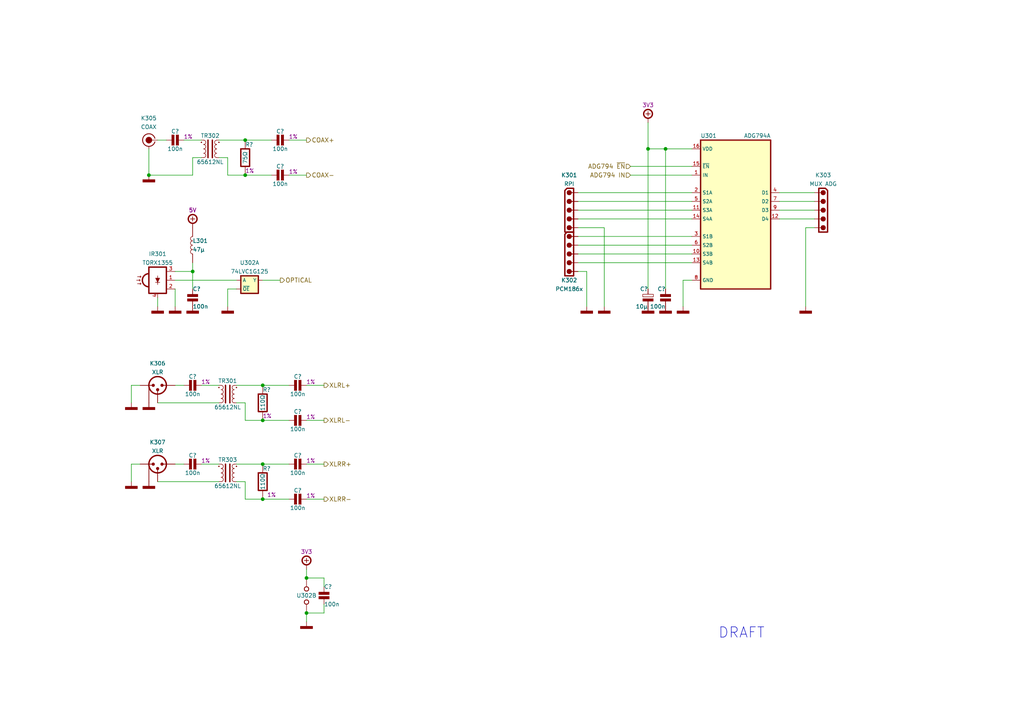
<source format=kicad_sch>
(kicad_sch (version 20230121) (generator eeschema)
  (paper "A4")
  (title_block (title "Digital Inputs") (date "01/2023") (rev "A") (comment 1 "SRC4392"))
  (lib_symbols
    (symbol "tronixio:ANALOG-ADG794A-QSOP16" (pin_names (offset 0.5))
      (property "Reference" "U" (at 12.7 3.81 0))
      (property "Value" "ANALOG-ADG794A-QSOP16" (at 12.7 -41.91 0))
      (symbol "ANALOG-ADG794A-QSOP16_0_1"
        (rectangle (start 2.54 2.54) (end 22.86 -40.64) (stroke (width 0.4)) (fill (type background)))
      )
      (symbol "ANALOG-ADG794A-QSOP16_1_1"
        (pin input line (at 0 -7.62 0) (length 2.54) (name "IN") (number "1"))
        (pin bidirectional line (at 0 -30.48 0) (length 2.54) (name "S3B") (number "10"))
        (pin bidirectional line (at 0 -17.78 0) (length 2.54) (name "S3A") (number "11"))
        (pin bidirectional line (at 25.4 -20.32 180) (length 2.54) (name "D4") (number "12"))
        (pin bidirectional line (at 0 -33.02 0) (length 2.54) (name "S4B") (number "13"))
        (pin bidirectional line (at 0 -20.32 0) (length 2.54) (name "S4A") (number "14"))
        (pin input line (at 0 -5.08 0) (length 2.54) (name "~{EN}") (number "15"))
        (pin power_in line (at 0 0 0) (length 2.54) (name "VDD") (number "16"))
        (pin bidirectional line (at 0 -12.7 0) (length 2.54) (name "S1A") (number "2"))
        (pin bidirectional line (at 0 -25.4 0) (length 2.54) (name "S1B") (number "3"))
        (pin bidirectional line (at 25.4 -12.7 180) (length 2.54) (name "D1") (number "4"))
        (pin bidirectional line (at 0 -15.24 0) (length 2.54) (name "S2A") (number "5"))
        (pin bidirectional line (at 0 -27.94 0) (length 2.54) (name "S2B") (number "6"))
        (pin bidirectional line (at 25.4 -15.24 180) (length 2.54) (name "D2") (number "7"))
        (pin power_in line (at 0 -38.1 0) (length 2.54) (name "GND") (number "8"))
        (pin bidirectional line (at 25.4 -17.78 180) (length 2.54) (name "D3") (number "9"))
      )
    )
    (symbol "tronixio:CAPACITOR-1206-100N-10P-X7R" (pin_numbers hide) (pin_names (offset 0) hide)
      (property "Reference" "C" (at 1 2.54 0))
      (property "Value" "CAPACITOR-1206-100N-10P-X7R" (at 1 -2.54 0))
      (symbol "CAPACITOR-1206-100N-10P-X7R_0_1"
        (rectangle (start -1.524 -0.254) (end 1.524 -1.016) (stroke (width 0.001)) (fill (type outline)))
        (rectangle (start -1.524 1.016) (end 1.524 0.254) (stroke (width 0.001)) (fill (type outline)))
      )
      (symbol "CAPACITOR-1206-100N-10P-X7R_1_1"
        (pin passive line (at 0 2.54 270) (length 1.905) (name "~") (number "1"))
        (pin passive line (at 0 -2.54 90) (length 1.905) (name "~") (number "2"))
      )
    )
    (symbol "tronixio:CAPACITOR-1206-100N-1P-COG" (pin_numbers hide) (pin_names (offset 0) hide)
      (property "Reference" "C" (at 1 2.54 0))
      (property "Value" "CAPACITOR-1206-100N-1P-COG" (at 1 -2.54 0))
      (property "Tolerance" "1%" (at 1 -5.08 0))
      (symbol "CAPACITOR-1206-100N-1P-COG_0_1"
        (rectangle (start -1.524 -0.254) (end 1.524 -1.016) (stroke (width 0.001)) (fill (type outline)))
        (rectangle (start -1.524 1.016) (end 1.524 0.254) (stroke (width 0.001)) (fill (type outline)))
      )
      (symbol "CAPACITOR-1206-100N-1P-COG_1_1"
        (pin passive line (at 0 2.54 270) (length 1.905) (name "~") (number "1"))
        (pin passive line (at 0 -2.54 90) (length 1.905) (name "~") (number "2"))
      )
    )
    (symbol "tronixio:HARWIN-254-M-1X05-VERTICAL" (pin_numbers hide) (pin_names (offset 0) hide)
      (property "Reference" "K" (at 0 2.54 0))
      (property "Value" "HARWIN-254-M-1X05-VERTICAL" (at 0 -12.7 0))
      (symbol "HARWIN-254-M-1X05-VERTICAL_0_1"
        (circle (center 0 -10.16) (radius 0.635) (stroke (width 0.2)) (fill (type outline)))
        (circle (center 0 -7.62) (radius 0.635) (stroke (width 0.2)) (fill (type outline)))
        (circle (center 0 -5.08) (radius 0.635) (stroke (width 0.2)) (fill (type outline)))
        (circle (center 0 -2.54) (radius 0.635) (stroke (width 0.2)) (fill (type outline)))
        (polyline (pts (xy -1.27 -11.43) (xy 1.27 -11.43) (xy 1.27 0.635) (xy 0.635 1.27) (xy -1.27 1.27) (xy -1.27 -11.43)) (stroke (width 0.4)))
        (circle (center 0 0) (radius 0.635) (stroke (width 0.2)) (fill (type outline)))
      )
      (symbol "HARWIN-254-M-1X05-VERTICAL_1_1"
        (pin passive line (at -2.54 0 0) (length 1.905) (name "1") (number "1"))
        (pin passive line (at -2.54 -2.54 0) (length 1.905) (name "2") (number "2"))
        (pin passive line (at -2.54 -5.08 0) (length 1.905) (name "3") (number "3"))
        (pin passive line (at -2.54 -7.62 0) (length 1.905) (name "4") (number "4"))
        (pin passive line (at -2.54 -10.16 0) (length 1.905) (name "5") (number "5"))
      )
    )
    (symbol "tronixio:NEUTRIK-NC3MBH" (pin_numbers hide) (pin_names (offset 0) hide)
      (property "Reference" "K" (at 0 5.08 0))
      (property "Value" "SYMBOL-XLR-M" (at 0 -10.16 0))
      (symbol "NEUTRIK-NC3MBH_0_1"
        (circle (center -1.27 0) (radius 0.3592) (stroke (width 0.2)) (fill (type outline)))
        (circle (center 0 -1.27) (radius 0.3592) (stroke (width 0.2)) (fill (type outline)))
        (circle (center 0 0) (radius 2.54) (stroke (width 0.4)))
        (circle (center 1.27 0) (radius 0.3592) (stroke (width 0.2)) (fill (type outline)))
      )
      (symbol "NEUTRIK-NC3MBH_1_1"
        (pin passive line (at -5.08 0 0) (length 3.4) (name "~") (number "1"))
        (pin passive line (at 5.08 0 180) (length 3.4) (name "~") (number "2"))
        (pin passive line (at 0 -5.08 90) (length 3.4) (name "~") (number "3"))
        (pin passive line (at -2.54 -5.08 90) (length 4.5) (name "~") (number "G"))
      )
    )
    (symbol "tronixio:POWER-+3V3" (power) (pin_numbers hide) (pin_names (offset 0) hide)
      (property "Name" "3V3" (at 0 5.08 0))
      (symbol "POWER-+3V3_0_1"
        (polyline (pts (xy -0.635 2.54) (xy 0.635 2.54)) (stroke (width 0.2)))
        (polyline (pts (xy 0 1.905) (xy 0 3.175)) (stroke (width 0.2)))
        (circle (center 0 2.54) (radius 1.27) (stroke (width 0.4)))
      )
      (symbol "POWER-+3V3_1_1"
        (pin power_in line (at 0 0 90) (length 1.27) (name "+3V3") (number "1"))
      )
    )
    (symbol "tronixio:POWER-+5V" (power) (pin_numbers hide) (pin_names (offset 0) hide)
      (property "Name" "5V" (at 0 5.08 0))
      (symbol "POWER-+5V_0_1"
        (polyline (pts (xy -0.635 2.54) (xy 0.635 2.54)) (stroke (width 0.2)))
        (polyline (pts (xy 0 1.905) (xy 0 3.175)) (stroke (width 0.2)))
        (circle (center 0 2.54) (radius 1.27) (stroke (width 0.4)))
      )
      (symbol "POWER-+5V_1_1"
        (pin power_in line (at 0 0 90) (length 1.27) (name "+5V") (number "1"))
      )
    )
    (symbol "tronixio:POWER-GND" (power) (pin_numbers hide) (pin_names (offset 0) hide)
      (property "Name" "GND" (at 0 -3.81 0))
      (symbol "POWER-GND_0_1"
        (rectangle (start -1.778 -2.032) (end 1.778 -1.27) (stroke (width 0.001)) (fill (type outline)))
      )
      (symbol "POWER-GND_1_1"
        (pin power_in line (at 0 0 270) (length 1.27) (name "GND") (number "1"))
      )
    )
    (symbol "tronixio:PULSE-PE-65612NL" (pin_numbers hide) (pin_names (offset 0) hide)
      (property "Reference" "TR" (at 0 5.08 0))
      (property "Value" "PULSE-PE-65612NL" (at 0 -5.08 0))
      (symbol "PULSE-PE-65612NL_0_1"
        (circle (center -2.54 1.905) (radius 0.127) (fill (type outline)))
        (arc (start -1.8937 -2.54) (mid -1.2699 -1.905) (end -1.8937 -1.27))
        (arc (start -1.8937 -1.27) (mid -1.2699 -0.635) (end -1.8937 0))
        (arc (start -1.8937 0) (mid -1.2699 0.635) (end -1.8937 1.27))
        (arc (start -1.8937 1.27) (mid -1.2699 1.905) (end -1.8937 2.54))
        (polyline (pts (xy -0.635 -2.54) (xy -0.635 2.54)) (stroke (width 0.4)))
        (polyline (pts (xy 0.635 -2.54) (xy 0.635 2.54)) (stroke (width 0.4)))
        (arc (start 1.8937 -1.27) (mid 1.2699 -1.905) (end 1.8937 -2.54))
        (arc (start 1.8937 0) (mid 1.2699 -0.635) (end 1.8937 -1.27))
        (arc (start 1.8937 1.27) (mid 1.2699 0.635) (end 1.8937 0))
        (arc (start 1.8937 2.54) (mid 1.2699 1.905) (end 1.8937 1.27))
        (circle (center 2.54 1.905) (radius 0.127) (fill (type outline)))
      )
      (symbol "PULSE-PE-65612NL_1_1"
        (pin passive line (at -2.54 -2.54 0) (length 0.64) (name "~") (number "1"))
        (pin passive line (at -2.54 2.54 0) (length 0.64) (name "~") (number "2"))
        (pin passive line (at 2.54 2.54 180) (length 0.64) (name "~") (number "3"))
        (pin passive line (at 2.54 -2.54 180) (length 0.64) (name "~") (number "4"))
      )
    )
    (symbol "tronixio:RESISTOR-1206-110R-1P" (pin_numbers hide) (pin_names (offset 0) hide)
      (property "Reference" "R" (at 2.54 1.27 0))
      (property "Value" "RESISTOR-1206-110R-1P" (at 2.54 -1.27 0))
      (property "Tolerance" "1%" (at 2.54 -3.81 0))
      (symbol "RESISTOR-1206-110R-1P_0_1"
        (rectangle (start -1.27 -2.54) (end 1.27 2.54) (stroke (width 0.4)))
      )
      (symbol "RESISTOR-1206-110R-1P_1_1"
        (pin passive line (at 0 5.08 270) (length 2.54) (name "~") (number "1"))
        (pin passive line (at 0 -5.08 90) (length 2.54) (name "~") (number "2"))
      )
    )
    (symbol "tronixio:RESISTOR-1206-75R-1P" (pin_numbers hide) (pin_names (offset 0) hide)
      (property "Reference" "R" (at 2.54 1.27 0))
      (property "Value" "RESISTOR-1206-75R-1P" (at 2.54 -1.27 0))
      (property "Tolerance" "1%" (at 2.54 -3.81 0))
      (symbol "RESISTOR-1206-75R-1P_0_1"
        (rectangle (start -1.27 -2.54) (end 1.27 2.54) (stroke (width 0.4)))
      )
      (symbol "RESISTOR-1206-75R-1P_1_1"
        (pin passive line (at 0 5.08 270) (length 2.54) (name "~") (number "1"))
        (pin passive line (at 0 -5.08 90) (length 2.54) (name "~") (number "2"))
      )
    )
    (symbol "tronixio:SWITCHCRAFT-PJRAN1X1U01AUX" (pin_numbers hide) (pin_names (offset 0) hide)
      (property "Reference" "K" (at 2.54 1.27 0))
      (property "Value" "SWITCHCRAFT-PJRAN1X1U01AUX" (at 2.54 -1.27 0))
      (symbol "SWITCHCRAFT-PJRAN1X1U01AUX_0_1"
        (arc (start -1.7437 -0.4942) (mid 0.2563 -1.7942) (end 1.8123 0.0138) (stroke (width 0.254)))
        (arc (start 1.8123 0.0138) (mid 0.2564 1.8221) (end -1.7437 0.5218) (stroke (width 0.254)))
      )
      (symbol "SWITCHCRAFT-PJRAN1X1U01AUX_1_1"
        (circle (center 0 0) (radius 0.898) (stroke (width 0.1)) (fill (type outline)))
        (pin passive line (at 0 -2.54 90) (length 0.635) (name "~") (number "1"))
        (pin passive line (at -2.54 0 0) (length 2.54) (name "~") (number "2"))
      )
    )
    (symbol "tronixio:TDK-NLCV32T-1210-47UH-10P" (pin_numbers hide) (pin_names (offset 0) hide)
      (property "Reference" "L" (at 0 2.54 0))
      (property "Value" "TDK-NLCV32T-1210-47UH-10P" (at 2.54 -2.54 0))
      (symbol "TDK-NLCV32T-1210-47UH-10P_0_1"
        (arc (start -1.27 0.0113) (mid -1.905 0.6351) (end -2.54 0.0113))
        (arc (start 0 0.0113) (mid -0.635 0.6351) (end -1.27 0.0113))
        (arc (start 1.27 0.0113) (mid 0.635 0.6351) (end 0 0.0113))
        (arc (start 2.54 0.0113) (mid 1.905 0.6351) (end 1.27 0.0113))
      )
      (symbol "TDK-NLCV32T-1210-47UH-10P_1_1"
        (pin passive line (at -5.08 0 0) (length 2.54) (name "~") (number "1"))
        (pin passive line (at 5.08 0 180) (length 2.54) (name "~") (number "2"))
      )
    )
    (symbol "tronixio:TI-SN74LVC1G125-SOT" (pin_numbers hide) (pin_names (offset 0.5))
      (property "Reference" "U" (at 3.81 2.54 0))
      (property "Value" "TI-SN74LVC1G125-SOT" (at 3.81 -5.08 0))
      (symbol "TI-SN74LVC1G125-SOT_1_1"
        (rectangle (start 1.27 1.27) (end 6.35 -3.81) (stroke (width 0.4)) (fill (type background)))
        (pin input line (at 0 -2.54 0) (length 1.27) (name "~{OE}") (number "1"))
        (pin input line (at 0 0 0) (length 1.27) (name "A") (number "2"))
        (pin output line (at 7.62 0 180) (length 1.27) (name "Y") (number "4"))
      )
      (symbol "TI-SN74LVC1G125-SOT_1_2"
        (arc (start -3.81 -3.81) (mid -2.589 0) (end -3.81 3.81) (stroke (width 0.254)))
        (arc (start -0.6096 -3.81) (mid 2.1855 -2.584) (end 3.81 0) (stroke (width 0.254)) (fill (type background)))
        (polyline (pts (xy -3.81 -3.81) (xy -0.635 -3.81)) (stroke (width 0.254)) (fill (type background)))
        (polyline (pts (xy -3.81 3.81) (xy -0.635 3.81)) (stroke (width 0.254)) (fill (type background)))
        (polyline (pts (xy -0.635 3.81) (xy -3.81 3.81) (xy -3.81 3.81) (xy -3.556 3.4036) (xy -3.0226 2.2606) (xy -2.6924 1.0414) (xy -2.6162 -0.254) (xy -2.7686 -1.4986) (xy -3.175 -2.7178) (xy -3.81 -3.81) (xy -3.81 -3.81) (xy -0.635 -3.81)) (stroke (width -25.4)) (fill (type background)))
        (arc (start 3.81 0) (mid 2.1928 2.5925) (end -0.6096 3.81) (stroke (width 0.254)) (fill (type background)))
        (pin input inverted (at -7.62 2.54 0) (length 4.318) (name "~") (number "1"))
        (pin input inverted (at -7.62 -2.54 0) (length 4.318) (name "~") (number "2"))
        (pin output line (at 7.62 0 180) (length 3.81) (name "~") (number "3"))
      )
      (symbol "TI-SN74LVC1G125-SOT_2_0"
        (pin power_in line (at 0 -5.08 90) (length 2.54) (name "GND") (number "3"))
        (pin power_in line (at 0 5.08 270) (length 2.54) (name "VCC") (number "5"))
      )
      (symbol "TI-SN74LVC1G125-SOT_2_1"
        (circle (center 0 -1.905) (radius 0.635) (stroke (width 0.25)))
        (circle (center 0 1.905) (radius 0.635) (stroke (width 0.25)))
      )
      (symbol "TI-SN74LVC1G125-SOT_2_2"
        (arc (start -3.81 -3.81) (mid -2.589 0) (end -3.81 3.81) (stroke (width 0.254)))
        (arc (start -0.6096 -3.81) (mid 2.1855 -2.584) (end 3.81 0) (stroke (width 0.254)) (fill (type background)))
        (polyline (pts (xy -3.81 -3.81) (xy -0.635 -3.81)) (stroke (width 0.254)) (fill (type background)))
        (polyline (pts (xy -3.81 3.81) (xy -0.635 3.81)) (stroke (width 0.254)) (fill (type background)))
        (polyline (pts (xy -0.635 3.81) (xy -3.81 3.81) (xy -3.81 3.81) (xy -3.556 3.4036) (xy -3.0226 2.2606) (xy -2.6924 1.0414) (xy -2.6162 -0.254) (xy -2.7686 -1.4986) (xy -3.175 -2.7178) (xy -3.81 -3.81) (xy -3.81 -3.81) (xy -0.635 -3.81)) (stroke (width -25.4)) (fill (type background)))
        (arc (start 3.81 0) (mid 2.1928 2.5925) (end -0.6096 3.81) (stroke (width 0.254)) (fill (type background)))
        (pin input inverted (at -7.62 2.54 0) (length 4.318) (name "~") (number "4"))
        (pin input inverted (at -7.62 -2.54 0) (length 4.318) (name "~") (number "5"))
        (pin output line (at 7.62 0 180) (length 3.81) (name "~") (number "6"))
      )
    )
    (symbol "tronixio:TOSHIBA-TORX1353-F" (pin_names (offset 0.5) hide)
      (property "Reference" "IR" (at 0 5.08 0))
      (property "Value" "TOSHIBA-TORX1355-F" (at 0 -15.24 0))
      (symbol "TOSHIBA-TORX1353-F_0_1"
        (arc (start -2.54 1.905) (mid -4.4256 0) (end -2.54 -1.905) (stroke (width 0.4)))
        (rectangle (start -2.54 3.81) (end 2.54 -3.81) (stroke (width 0.4)))
        (polyline (pts (xy -6.096 0) (xy -5.08 0)))
        (polyline (pts (xy -5.842 -1.016) (xy -4.826 -1.016)))
        (polyline (pts (xy -5.842 1.016) (xy -4.826 1.016)))
        (polyline (pts (xy -5.08 0) (xy -5.334 -0.254)))
        (polyline (pts (xy -5.08 0) (xy -5.334 0.254)))
        (polyline (pts (xy -4.826 -1.016) (xy -5.08 -1.27)))
        (polyline (pts (xy -4.826 -1.016) (xy -5.08 -0.762)))
        (polyline (pts (xy -4.826 1.016) (xy -5.08 0.762)))
        (polyline (pts (xy -4.826 1.016) (xy -5.08 1.27)))
        (polyline (pts (xy -0.635 -0.635) (xy 0.635 -0.635)) (stroke (width 0.1524)))
        (polyline (pts (xy 0 -1.27) (xy 0 1.27)) (stroke (width 0.1524)))
        (polyline (pts (xy -0.635 0.635) (xy 0.635 0.635) (xy 0 -0.635) (xy -0.635 0.635)) (stroke (width 0.001)) (fill (type outline)))
      )
      (symbol "TOSHIBA-TORX1353-F_1_1"
        (pin output line (at 5.08 0 180) (length 2.54) (name "OUT") (number "1"))
        (pin power_in line (at 5.08 -2.54 180) (length 2.54) (name "GND") (number "2"))
        (pin passive line (at 5.08 2.54 180) (length 2.54) (name "V") (number "3"))
        (pin power_in line (at 0 -5.08 90) (length 1.27) (name "GND") (number "4"))
      )
    )
    (symbol "tronixio:WURTH-WCAP-AT1H-10U-35V" (pin_numbers hide) (pin_names (offset 0) hide)
      (property "Reference" "C" (at 1.27 2.54 0))
      (property "Value" "WURTH-WCAP-AT1H-10U-35V" (at 1.27 -2.54 0))
      (symbol "WURTH-WCAP-AT1H-10U-35V_0_1"
        (rectangle (start -1.524 -0.254) (end 1.524 -1.016) (stroke (width 0.001)) (fill (type outline)))
        (rectangle (start -1.524 1.016) (end 1.524 0.254) (stroke (width 0.1524)))
      )
      (symbol "WURTH-WCAP-AT1H-10U-35V_1_1"
        (pin passive line (at 0 2.54 270) (length 1.5) (name "~") (number "1"))
        (pin passive line (at 0 -2.54 90) (length 1.905) (name "~") (number "2"))
      )
    )
  )
  (junction (at 71.12 40.64))
  (junction (at 193.04 43.18))
  (junction (at 76.2 134.62))
  (junction (at 43.18 50.8))
  (junction (at 71.12 50.8))
  (junction (at 55.88 78.74))
  (junction (at 88.9 167.64))
  (junction (at 88.9 177.8))
  (junction (at 187.96 43.18))
  (junction (at 76.2 144.78))
  (junction (at 76.2 121.92))
  (junction (at 76.2 111.76))
  (wire (pts (xy 236.22 55.88) (xy 226.06 55.88)))
  (wire (pts (xy 81.28 81.28) (xy 76.2 81.28)))
  (wire (pts (xy 187.96 35.56) (xy 187.96 43.18)))
  (wire (pts (xy 182.88 48.26) (xy 200.66 48.26)))
  (wire (pts (xy 71.12 144.78) (xy 76.2 144.78)))
  (wire (pts (xy 71.12 116.84) (xy 71.12 121.92)))
  (wire (pts (xy 68.58 139.7) (xy 71.12 139.7)))
  (wire (pts (xy 236.22 58.42) (xy 226.06 58.42)))
  (wire (pts (xy 167.64 68.58) (xy 200.66 68.58)))
  (wire (pts (xy 193.04 43.18) (xy 193.04 83.82)))
  (wire (pts (xy 170.18 78.74) (xy 170.18 88.9)))
  (wire (pts (xy 53.34 40.64) (xy 58.42 40.64)))
  (wire (pts (xy 45.72 40.64) (xy 48.26 40.64)))
  (wire (pts (xy 88.9 177.8) (xy 88.9 180.34)))
  (wire (pts (xy 76.2 134.62) (xy 83.82 134.62)))
  (wire (pts (xy 71.12 50.8) (xy 78.74 50.8)))
  (wire (pts (xy 53.34 134.62) (xy 50.8 134.62)))
  (wire (pts (xy 63.5 111.76) (xy 58.42 111.76)))
  (wire (pts (xy 45.72 116.84) (xy 63.5 116.84)))
  (wire (pts (xy 68.58 83.82) (xy 66.04 83.82)))
  (wire (pts (xy 233.68 66.04) (xy 236.22 66.04)))
  (wire (pts (xy 66.04 83.82) (xy 66.04 88.9)))
  (wire (pts (xy 167.64 63.5) (xy 200.66 63.5)))
  (wire (pts (xy 93.98 170.18) (xy 93.98 167.64)))
  (wire (pts (xy 63.5 134.62) (xy 58.42 134.62)))
  (wire (pts (xy 43.18 50.8) (xy 43.18 43.18)))
  (wire (pts (xy 167.64 60.96) (xy 200.66 60.96)))
  (wire (pts (xy 55.88 78.74) (xy 55.88 83.82)))
  (wire (pts (xy 187.96 43.18) (xy 193.04 43.18)))
  (wire (pts (xy 68.58 116.84) (xy 71.12 116.84)))
  (wire (pts (xy 40.64 111.76) (xy 38.1 111.76)))
  (wire (pts (xy 50.8 83.82) (xy 50.8 88.9)))
  (wire (pts (xy 167.64 58.42) (xy 200.66 58.42)))
  (wire (pts (xy 68.58 111.76) (xy 76.2 111.76)))
  (wire (pts (xy 55.88 76.2) (xy 55.88 78.74)))
  (wire (pts (xy 71.12 139.7) (xy 71.12 144.78)))
  (wire (pts (xy 167.64 73.66) (xy 200.66 73.66)))
  (wire (pts (xy 88.9 167.64) (xy 93.98 167.64)))
  (wire (pts (xy 50.8 81.28) (xy 68.58 81.28)))
  (wire (pts (xy 93.98 175.26) (xy 93.98 177.8)))
  (wire (pts (xy 93.98 144.78) (xy 88.9 144.78)))
  (wire (pts (xy 50.8 78.74) (xy 55.88 78.74)))
  (wire (pts (xy 76.2 144.78) (xy 83.82 144.78)))
  (wire (pts (xy 175.26 66.04) (xy 175.26 88.9)))
  (wire (pts (xy 71.12 121.92) (xy 76.2 121.92)))
  (wire (pts (xy 193.04 43.18) (xy 200.66 43.18)))
  (wire (pts (xy 236.22 60.96) (xy 226.06 60.96)))
  (wire (pts (xy 167.64 76.2) (xy 200.66 76.2)))
  (wire (pts (xy 40.64 134.62) (xy 38.1 134.62)))
  (wire (pts (xy 187.96 43.18) (xy 187.96 83.82)))
  (wire (pts (xy 200.66 81.28) (xy 198.12 81.28)))
  (wire (pts (xy 93.98 134.62) (xy 88.9 134.62)))
  (wire (pts (xy 167.64 55.88) (xy 200.66 55.88)))
  (wire (pts (xy 38.1 111.76) (xy 38.1 116.84)))
  (wire (pts (xy 226.06 63.5) (xy 236.22 63.5)))
  (wire (pts (xy 83.82 50.8) (xy 88.9 50.8)))
  (wire (pts (xy 167.64 78.74) (xy 170.18 78.74)))
  (wire (pts (xy 45.72 139.7) (xy 63.5 139.7)))
  (wire (pts (xy 58.42 45.72) (xy 55.88 45.72)))
  (wire (pts (xy 167.64 66.04) (xy 175.26 66.04)))
  (wire (pts (xy 76.2 111.76) (xy 83.82 111.76)))
  (wire (pts (xy 182.88 50.8) (xy 200.66 50.8)))
  (wire (pts (xy 233.68 88.9) (xy 233.68 66.04)))
  (wire (pts (xy 38.1 134.62) (xy 38.1 139.7)))
  (wire (pts (xy 63.5 45.72) (xy 66.04 45.72)))
  (wire (pts (xy 88.9 165.1) (xy 88.9 167.64)))
  (wire (pts (xy 83.82 40.64) (xy 88.9 40.64)))
  (wire (pts (xy 198.12 81.28) (xy 198.12 88.9)))
  (wire (pts (xy 93.98 111.76) (xy 88.9 111.76)))
  (wire (pts (xy 53.34 111.76) (xy 50.8 111.76)))
  (wire (pts (xy 88.9 177.8) (xy 93.98 177.8)))
  (wire (pts (xy 63.5 40.64) (xy 71.12 40.64)))
  (wire (pts (xy 76.2 121.92) (xy 83.82 121.92)))
  (wire (pts (xy 167.64 71.12) (xy 200.66 71.12)))
  (wire (pts (xy 71.12 40.64) (xy 78.74 40.64)))
  (wire (pts (xy 55.88 45.72) (xy 55.88 50.8)))
  (wire (pts (xy 68.58 134.62) (xy 76.2 134.62)))
  (wire (pts (xy 93.98 121.92) (xy 88.9 121.92)))
  (wire (pts (xy 43.18 50.8) (xy 55.88 50.8)))
  (wire (pts (xy 66.04 45.72) (xy 66.04 50.8)))
  (wire (pts (xy 66.04 50.8) (xy 71.12 50.8)))
  (wire (pts (xy 45.72 88.9) (xy 45.72 86.36)))
  (text "DRAFT" (at 208.28 185.42 0) (effects (font (size 3 3)) (justify left bottom)))
  (hierarchical_label "XLRL-" (shape output) (at 93.98 121.92 0))
  (hierarchical_label "ADG794 ~{EN}" (shape input) (at 182.88 48.26 180))
  (hierarchical_label "ADG794 IN" (shape input) (at 182.88 50.8 180))
  (hierarchical_label "OPTICAL" (shape output) (at 81.28 81.28 0))
  (hierarchical_label "XLRR-" (shape output) (at 93.98 144.78 0))
  (hierarchical_label "COAX+" (shape output) (at 88.9 40.64 0))
  (hierarchical_label "XLRR+" (shape output) (at 93.98 134.62 0))
  (hierarchical_label "COAX-" (shape output) (at 88.9 50.8 0))
  (hierarchical_label "XLRL+" (shape output) (at 93.98 111.76 0))
  (symbol (lib_id "tronixio:POWER-GND") (at 170.18 88.9 0) (unit 1)
    (property "Reference" "#PWR?" (effects hide))
    (property "Value" "POWER-DGND" (effects hide))
    (property "Name" "GND" (effects hide))
    (instances (project "main" (path "" (reference "#PWR?") (unit 1)) (path "" (reference "#PWR0301") (unit 1)) (path "" (reference "#PWR0207") (unit 1))))
  )
  (symbol (lib_id "tronixio:PULSE-PE-65612NL") (at 66.04 137.16 0) (unit 1)
    (property "Reference" "TR303" (at 66.04 133.35 0) (effects (font (size 1.15 1.15))))
    (property "Value" "65612NL" (at 66.04 140.97 0) (effects (font (size 1.15 1.15))))
    (property "Footprint" "tronixio:PULSE-PE-65612NL" (effects hide))
    (property "Datasheet" "https://productfinder.pulseelectronics.com/product/pe-65612nl" (effects hide))
    (property "Mouser" "673-PE-65612NL" (effects hide))
  )
  (symbol (lib_id "tronixio:POWER-GND") (at 50.8 88.9 0) (unit 1)
    (property "Reference" "#PWR?" (effects hide))
    (property "Value" "POWER-DGND" (effects hide))
    (property "Name" "GND" (effects hide))
    (instances (project "main" (path "" (reference "#PWR?") (unit 1)) (path "" (reference "#PWR0310") (unit 1)) (path "" (reference "#PWR0207") (unit 1))))
  )
  (symbol (lib_id "tronixio:CAPACITOR-1206-100N-1P-COG") (at 86.36 144.78 90) (unit 1)
    (property "Reference" "C?" (at 86.36 142.24 90) (effects (font (size 1.15 1.15))))
    (property "Value" "100n" (at 86.36 147.32 90) (effects (font (size 1.15 1.15))))
    (property "Footprint" "tronixio:CAPACITOR-SMD-1206" (effects hide))
    (property "Voltage" "25V" (effects hide))
    (property "Tolerance" "1%" (at 91.44 143.78 90) (effects (font (size 1.15 1.15)) (justify left)))
    (property "Mouser" "80-C1206C104F3G" (effects hide))
    (instances (project "main" (path "" (reference "C?") (unit 1)) (path "" (reference "C314") (unit 1)) (path "" (reference "C204") (unit 1))))
  )
  (symbol (lib_id "tronixio:POWER-+3V3") (at 187.96 35.56 0) (unit 1)
    (property "Reference" "#PWR0115" (effects hide))
    (property "Value" "POWER-+3V3D" (effects hide))
    (property "Name" "3V3" (at 187.96 30.48 0) (effects (font (size 1.15 1.15))))
    (instances (project "main" (path "" (reference "#PWR0115") (unit 1)) (path "" (reference "#PWR0206") (unit 1)) (path "" (reference "#PWR0303") (unit 1))))
  )
  (symbol (lib_id "tronixio:NEUTRIK-NC3MBH") (at 45.72 134.62 0) (unit 1)
    (property "Reference" "K307" (at 45.72 128.27 0) (effects (font (size 1.15 1.15))))
    (property "Value" "XLR" (at 45.72 130.81 0) (effects (font (size 1.15 1.15))))
    (property "Footprint" "tronixio:ZZ_NEUTRIK-NC3MBH" (effects hide))
    (property "Datasheet" "https://www.neutrik-france.com/fr/product/nc3mbh" (effects hide))
    (property "Mouser" "568-NC3MBH" (effects hide))
  )
  (symbol (lib_id "tronixio:CAPACITOR-1206-100N-1P-COG") (at 86.36 111.76 90) (unit 1)
    (property "Reference" "C?" (at 86.36 109.22 90) (effects (font (size 1.15 1.15))))
    (property "Value" "100n" (at 86.36 114.3 90) (effects (font (size 1.15 1.15))))
    (property "Footprint" "tronixio:CAPACITOR-SMD-1206" (effects hide))
    (property "Voltage" "25V" (effects hide))
    (property "Tolerance" "1%" (at 91.44 110.76 90) (effects (font (size 1.15 1.15)) (justify left)))
    (property "Mouser" "80-C1206C104F3G" (effects hide))
    (instances (project "main" (path "" (reference "C?") (unit 1)) (path "" (reference "C310") (unit 1)) (path "" (reference "C204") (unit 1))))
  )
  (symbol (lib_id "tronixio:POWER-GND") (at 88.9 180.34 0) (unit 1)
    (property "Reference" "#PWR?" (effects hide))
    (property "Value" "POWER-DGND" (effects hide))
    (property "Name" "GND" (effects hide))
    (instances (project "main" (path "" (reference "#PWR?") (unit 1)) (path "" (reference "#PWR0312") (unit 1)) (path "" (reference "#PWR0207") (unit 1))))
  )
  (symbol (lib_id "tronixio:SWITCHCRAFT-PJRAN1X1U01AUX") (at 43.18 40.64 0) (mirror y) (unit 1)
    (property "Reference" "K305" (at 43.1456 34.29 0) (effects (font (size 1.15 1.15))))
    (property "Value" "COAX" (at 43.1456 36.83 0) (effects (font (size 1.15 1.15))))
    (property "Footprint" "tronixio:SWITCHCRAFT-PJRAN1X1U" (effects hide))
    (property "Datasheet" "https://www.switchcraft.com/1-position-rca-pcb-mount-rca-jack-no-mounting-holes-unshielded-black/pjran1x1u01x/" (effects hide))
    (property "Mouser" "502-PJRAN1X1U01AUX" (effects hide))
  )
  (symbol (lib_id "tronixio:CAPACITOR-1206-100N-1P-COG") (at 86.36 134.62 90) (unit 1)
    (property "Reference" "C?" (at 86.36 132.08 90) (effects (font (size 1.15 1.15))))
    (property "Value" "100n" (at 86.36 137.16 90) (effects (font (size 1.15 1.15))))
    (property "Footprint" "tronixio:CAPACITOR-SMD-1206" (effects hide))
    (property "Voltage" "25V" (effects hide))
    (property "Tolerance" "1%" (at 91.44 133.62 90) (effects (font (size 1.15 1.15)) (justify left)))
    (property "Mouser" "80-C1206C104F3G" (effects hide))
    (instances (project "main" (path "" (reference "C?") (unit 1)) (path "" (reference "C313") (unit 1)) (path "" (reference "C204") (unit 1))))
  )
  (symbol (lib_id "tronixio:RESISTOR-1206-75R-1P") (at 71.12 45.72 0) (unit 1)
    (property "Reference" "R?" (at 71.12 41.91 0) (effects (font (size 1.15 1.15)) (justify left)))
    (property "Value" "75Ω" (at 71.12 45.72 90) (effects (font (size 1.15 1.15))))
    (property "Footprint" "tronixio:RESISTOR-SMD-1206" (effects hide))
    (property "Tolerance" "1%" (at 71.12 49.53 0) (effects (font (size 1.15 1.15)) (justify left)))
    (property "Mouser" "603-RT1206FRE0775RL" (effects hide))
    (instances (project "main" (path "" (reference "R?") (unit 1)) (path "" (reference "R302") (unit 1)) (path "" (reference "R202") (unit 1))))
  )
  (symbol (lib_id "tronixio:CAPACITOR-1206-100N-1P-COG") (at 55.88 111.76 90) (unit 1)
    (property "Reference" "C?" (at 55.88 109.22 90) (effects (font (size 1.15 1.15))))
    (property "Value" "100n" (at 55.88 114.3 90) (effects (font (size 1.15 1.15))))
    (property "Footprint" "tronixio:CAPACITOR-SMD-1206" (effects hide))
    (property "Voltage" "25V" (effects hide))
    (property "Tolerance" "1%" (at 60.96 110.76 90) (effects (font (size 1.15 1.15)) (justify left)))
    (property "Mouser" "80-C1206C104F3G" (effects hide))
    (instances (project "main" (path "" (reference "C?") (unit 1)) (path "" (reference "C309") (unit 1)) (path "" (reference "C204") (unit 1))))
  )
  (symbol (lib_id "tronixio:CAPACITOR-1206-100N-1P-COG") (at 86.36 121.92 90) (unit 1)
    (property "Reference" "C?" (at 86.36 119.38 90) (effects (font (size 1.15 1.15))))
    (property "Value" "100n" (at 86.36 124.46 90) (effects (font (size 1.15 1.15))))
    (property "Footprint" "tronixio:CAPACITOR-SMD-1206" (effects hide))
    (property "Voltage" "25V" (effects hide))
    (property "Tolerance" "1%" (at 91.44 120.92 90) (effects (font (size 1.15 1.15)) (justify left)))
    (property "Mouser" "80-C1206C104F3G" (effects hide))
    (instances (project "main" (path "" (reference "C?") (unit 1)) (path "" (reference "C311") (unit 1)) (path "" (reference "C204") (unit 1))))
  )
  (symbol (lib_id "tronixio:RESISTOR-1206-110R-1P") (at 76.2 139.7 0) (unit 1)
    (property "Reference" "R?" (at 76.2 135.89 0) (effects (font (size 1.15 1.15)) (justify left)))
    (property "Value" "110Ω" (at 76.2 139.7 90) (effects (font (size 1.15 1.15))))
    (property "Footprint" "tronixio:RESISTOR-SMD-1206" (effects hide))
    (property "Tolerance" "1%" (at 77.47 143.51 0) (effects (font (size 1.15 1.15)) (justify left)))
    (property "Mouser" "603-RT1206FRE07110RL" (effects hide))
    (instances (project "main" (path "" (reference "R?") (unit 1)) (path "" (reference "R304") (unit 1)) (path "" (reference "R202") (unit 1))))
  )
  (symbol (lib_id "tronixio:POWER-GND") (at 43.18 116.84 0) (unit 1)
    (property "Reference" "#PWR?" (effects hide))
    (property "Value" "POWER-DGND" (effects hide))
    (property "Name" "GND" (effects hide))
    (instances (project "main" (path "" (reference "#PWR?") (unit 1)) (path "" (reference "#PWR0317") (unit 1)) (path "" (reference "#PWR0207") (unit 1))))
  )
  (symbol (lib_id "tronixio:CAPACITOR-1206-100N-10P-X7R") (at 193.04 86.36 0) (unit 1)
    (property "Reference" "C?" (at 193.04 83.82 0) (effects (font (size 1.15 1.15)) (justify right)))
    (property "Value" "100n" (at 193.04 88.9 0) (effects (font (size 1.15 1.15)) (justify right)))
    (property "Footprint" "tronixio:CAPACITOR-SMD-1206" (effects hide))
    (property "Voltage" "50V" (effects hide))
    (property "Tolerance" "10%" (effects hide))
    (property "Mouser" "80-C1206C104K5R" (effects hide))
    (instances (project "main" (path "" (reference "C?") (unit 1)) (path "" (reference "C302") (unit 1)) (path "" (reference "C204") (unit 1))))
  )
  (symbol (lib_id "tronixio:CAPACITOR-1206-100N-1P-COG") (at 81.28 40.64 90) (unit 1)
    (property "Reference" "C?" (at 81.28 38.1 90) (effects (font (size 1.15 1.15))))
    (property "Value" "100n" (at 81.28 43.18 90) (effects (font (size 1.15 1.15))))
    (property "Footprint" "tronixio:CAPACITOR-SMD-1206" (effects hide))
    (property "Voltage" "25V" (effects hide))
    (property "Tolerance" "1%" (at 86.36 39.64 90) (effects (font (size 1.15 1.15)) (justify left)))
    (property "Mouser" "80-C1206C104F3G" (effects hide))
    (instances (project "main" (path "" (reference "C?") (unit 1)) (path "" (reference "C307") (unit 1)) (path "" (reference "C204") (unit 1))))
  )
  (symbol (lib_id "tronixio:TI-SN74LVC1G125-SOT") (at 88.9 172.72 0) (unit 2)
    (property "Reference" "U302" (at 88.9 172.72 0) (effects (font (size 1.15 1.15))))
    (property "Value" "74LVC1G125" (effects hide))
    (property "Footprint" "tronixio:SOT-23-5" (effects hide))
    (property "Datasheet" "http://www.ti.com/product/SN74LVC1G125" (effects hide))
    (property "Mouser" "595-SN74LVC1G125DBVR" (effects hide))
  )
  (symbol (lib_id "tronixio:POWER-GND") (at 187.96 88.9 0) (unit 1)
    (property "Reference" "#PWR?" (effects hide))
    (property "Value" "POWER-DGND" (effects hide))
    (property "Name" "GND" (effects hide))
    (instances (project "main" (path "" (reference "#PWR?") (unit 1)) (path "" (reference "#PWR0304") (unit 1)) (path "" (reference "#PWR0207") (unit 1))))
  )
  (symbol (lib_id "tronixio:CAPACITOR-1206-100N-1P-COG") (at 81.28 50.8 90) (unit 1)
    (property "Reference" "C?" (at 81.28 48.26 90) (effects (font (size 1.15 1.15))))
    (property "Value" "100n" (at 81.28 53.34 90) (effects (font (size 1.15 1.15))))
    (property "Footprint" "tronixio:CAPACITOR-SMD-1206" (effects hide))
    (property "Voltage" "25V" (effects hide))
    (property "Tolerance" "1%" (at 86.36 49.8 90) (effects (font (size 1.15 1.15)) (justify left)))
    (property "Mouser" "80-C1206C104F3G" (effects hide))
    (instances (project "main" (path "" (reference "C?") (unit 1)) (path "" (reference "C308") (unit 1)) (path "" (reference "C204") (unit 1))))
  )
  (symbol (lib_id "tronixio:POWER-GND") (at 193.04 88.9 0) (unit 1)
    (property "Reference" "#PWR?" (effects hide))
    (property "Value" "POWER-DGND" (effects hide))
    (property "Name" "GND" (effects hide))
    (instances (project "main" (path "" (reference "#PWR?") (unit 1)) (path "" (reference "#PWR0305") (unit 1)) (path "" (reference "#PWR0207") (unit 1))))
  )
  (symbol (lib_id "tronixio:POWER-+3V3") (at 88.9 165.1 0) (unit 1)
    (property "Reference" "#PWR0131" (effects hide))
    (property "Value" "POWER-+3V3" (effects hide))
    (property "Name" "3V3" (at 88.9 160.02 0) (effects (font (size 1.15 1.15))))
    (instances (project "main" (path "" (reference "#PWR0131") (unit 1)) (path "" (reference "#PWR0214") (unit 1)) (path "" (reference "#PWR0314") (unit 1))))
  )
  (symbol (lib_id "tronixio:POWER-GND") (at 43.18 139.7 0) (unit 1)
    (property "Reference" "#PWR?" (effects hide))
    (property "Value" "POWER-DGND" (effects hide))
    (property "Name" "GND" (effects hide))
    (instances (project "main" (path "" (reference "#PWR?") (unit 1)) (path "" (reference "#PWR0318") (unit 1)) (path "" (reference "#PWR0207") (unit 1))))
  )
  (symbol (lib_id "tronixio:CAPACITOR-1206-100N-10P-X7R") (at 93.98 172.72 0) (unit 1)
    (property "Reference" "C?" (at 93.98 170.18 0) (effects (font (size 1.15 1.15)) (justify left)))
    (property "Value" "100n" (at 93.98 175.26 0) (effects (font (size 1.15 1.15)) (justify left)))
    (property "Footprint" "tronixio:CAPACITOR-SMD-1206" (effects hide))
    (property "Voltage" "50V" (effects hide))
    (property "Tolerance" "10%" (effects hide))
    (property "Mouser" "80-C1206C104K5R" (effects hide))
    (instances (project "main" (path "" (reference "C?") (unit 1)) (path "" (reference "C304") (unit 1)) (path "" (reference "C204") (unit 1))))
  )
  (symbol (lib_id "tronixio:PULSE-PE-65612NL") (at 60.96 43.18 0) (unit 1)
    (property "Reference" "TR302" (at 60.96 39.37 0) (effects (font (size 1.15 1.15))))
    (property "Value" "65612NL" (at 60.96 46.99 0) (effects (font (size 1.15 1.15))))
    (property "Footprint" "tronixio:PULSE-PE-65612NL" (effects hide))
    (property "Datasheet" "https://productfinder.pulseelectronics.com/product/pe-65612nl" (effects hide))
    (property "Mouser" "673-PE-65612NL" (effects hide))
  )
  (symbol (lib_id "tronixio:HARWIN-254-M-1X05-VERTICAL") (at 165.1 55.88 0) (mirror y) (unit 1)
    (property "Reference" "K301" (at 165.1 50.8 0) (effects (font (size 1.15 1.15))))
    (property "Value" "RPI" (at 165.1 53.34 0) (effects (font (size 1.15 1.15))))
    (property "Footprint" "tronixio:HARWIN-M20-999054x" (effects hide))
    (property "Datasheet" "https://www.harwin.com/products/M20-9990546/" (effects hide))
    (property "Mouser" "855-M20-999054" (effects hide))
    (property "Name" "HARWIN-254-M-1X05-VERTICAL" (effects hide))
  )
  (symbol (lib_id "tronixio:ANALOG-ADG794A-QSOP16") (at 200.66 43.18 0) (unit 1)
    (property "Reference" "U301" (at 203.2 39.37 0) (effects (font (size 1.15 1.15)) (justify left)))
    (property "Value" "ADG794A" (at 223.52 39.37 0) (effects (font (size 1.15 1.15)) (justify right)))
    (property "Footprint" "tronixio:QSOP-16" (effects hide))
    (property "Datasheet" "https://www.analog.com/en/products/adg794.html" (effects hide))
    (property "Mouser" "584-ADG794BRQZ" (effects hide))
  )
  (symbol (lib_id "tronixio:PULSE-PE-65612NL") (at 66.04 114.3 0) (unit 1)
    (property "Reference" "TR301" (at 66.04 110.49 0) (effects (font (size 1.15 1.15))))
    (property "Value" "65612NL" (at 66.04 118.11 0) (effects (font (size 1.15 1.15))))
    (property "Footprint" "tronixio:PULSE-PE-65612NL" (effects hide))
    (property "Datasheet" "https://productfinder.pulseelectronics.com/product/pe-65612nl" (effects hide))
    (property "Mouser" "673-PE-65612NL" (effects hide))
  )
  (symbol (lib_id "tronixio:POWER-GND") (at 198.12 88.9 0) (unit 1)
    (property "Reference" "#PWR?" (effects hide))
    (property "Value" "POWER-DGND" (effects hide))
    (property "Name" "GND" (effects hide))
    (instances (project "main" (path "" (reference "#PWR?") (unit 1)) (path "" (reference "#PWR0306") (unit 1)) (path "" (reference "#PWR0207") (unit 1))))
  )
  (symbol (lib_id "tronixio:CAPACITOR-1206-100N-10P-X7R") (at 55.88 86.36 0) (unit 1)
    (property "Reference" "C?" (at 55.88 83.82 0) (effects (font (size 1.15 1.15)) (justify left)))
    (property "Value" "100n" (at 55.88 88.9 0) (effects (font (size 1.15 1.15)) (justify left)))
    (property "Footprint" "tronixio:CAPACITOR-SMD-1206" (effects hide))
    (property "Voltage" "50V" (effects hide))
    (property "Tolerance" "10%" (effects hide))
    (property "Mouser" "80-C1206C104K5R" (effects hide))
    (instances (project "main" (path "" (reference "C?") (unit 1)) (path "" (reference "C303") (unit 1)) (path "" (reference "C204") (unit 1))))
  )
  (symbol (lib_id "tronixio:CAPACITOR-1206-100N-1P-COG") (at 55.88 134.62 90) (unit 1)
    (property "Reference" "C?" (at 55.88 132.08 90) (effects (font (size 1.15 1.15))))
    (property "Value" "100n" (at 55.88 137.16 90) (effects (font (size 1.15 1.15))))
    (property "Footprint" "tronixio:CAPACITOR-SMD-1206" (effects hide))
    (property "Voltage" "25V" (effects hide))
    (property "Tolerance" "1%" (at 60.96 133.62 90) (effects (font (size 1.15 1.15)) (justify left)))
    (property "Mouser" "80-C1206C104F3G" (effects hide))
    (instances (project "main" (path "" (reference "C?") (unit 1)) (path "" (reference "C312") (unit 1)) (path "" (reference "C204") (unit 1))))
  )
  (symbol (lib_id "tronixio:NEUTRIK-NC3MBH") (at 45.72 111.76 0) (unit 1)
    (property "Reference" "K306" (at 45.72 105.41 0) (effects (font (size 1.15 1.15))))
    (property "Value" "XLR" (at 45.72 107.95 0) (effects (font (size 1.15 1.15))))
    (property "Footprint" "tronixio:ZZ_NEUTRIK-NC3MBH" (effects hide))
    (property "Datasheet" "https://www.neutrik-france.com/fr/product/nc3mbh" (effects hide))
    (property "Mouser" "568-NC3MBH" (effects hide))
  )
  (symbol (lib_id "tronixio:TOSHIBA-TORX1353-F") (at 45.72 81.28 0) (unit 1)
    (property "Reference" "IR301" (at 45.72 73.66 0) (effects (font (size 1.15 1.15))))
    (property "Value" "TORX1355" (at 45.72 76.2 0) (effects (font (size 1.15 1.15))))
    (property "Footprint" "tronixio:TOSHIBA-TORX135X-F" (effects hide))
    (property "Datasheet" "https://toshiba.semicon-storage.com/info/TORX1350A(F)_datasheet_en_20200312.pdf?did=35629&prodName=TORX1350A(F)" (effects hide))
    (property "Mouser" "757-TORX1355F" (effects hide))
  )
  (symbol (lib_id "tronixio:POWER-+5V") (at 55.88 66.04 0) (unit 1)
    (property "Reference" "#PWR0101" (effects hide))
    (property "Value" "POWER-VCC" (effects hide))
    (property "Name" "5V" (at 55.88 60.96 0) (effects (font (size 1.15 1.15))))
    (instances (project "main" (path "" (reference "#PWR0101") (unit 1)) (path "" (reference "#PWR0313") (unit 1))))
  )
  (symbol (lib_id "tronixio:POWER-GND") (at 175.26 88.9 0) (unit 1)
    (property "Reference" "#PWR?" (effects hide))
    (property "Value" "POWER-DGND" (effects hide))
    (property "Name" "GND" (effects hide))
    (instances (project "main" (path "" (reference "#PWR?") (unit 1)) (path "" (reference "#PWR0302") (unit 1)) (path "" (reference "#PWR0207") (unit 1))))
  )
  (symbol (lib_id "tronixio:POWER-GND") (at 66.04 88.9 0) (unit 1)
    (property "Reference" "#PWR?" (effects hide))
    (property "Value" "POWER-DGND" (effects hide))
    (property "Name" "GND" (effects hide))
    (instances (project "main" (path "" (reference "#PWR?") (unit 1)) (path "" (reference "#PWR0315") (unit 1)) (path "" (reference "#PWR0207") (unit 1))))
  )
  (symbol (lib_id "tronixio:HARWIN-254-M-1X05-VERTICAL") (at 238.76 55.88 0) (unit 1)
    (property "Reference" "K303" (at 238.76 50.8 0) (effects (font (size 1.15 1.15))))
    (property "Value" "MUX ADG" (at 238.76 53.34 0) (effects (font (size 1.15 1.15))))
    (property "Footprint" "tronixio:HARWIN-M20-999054x" (effects hide))
    (property "Datasheet" "https://www.harwin.com/products/M20-9990546/" (effects hide))
    (property "Mouser" "855-M20-999054" (effects hide))
    (property "Name" "HARWIN-254-M-1X05-VERTICAL" (effects hide))
  )
  (symbol (lib_id "tronixio:TDK-NLCV32T-1210-47UH-10P") (at 55.88 71.12 90) (unit 1)
    (property "Reference" "L301" (at 55.88 69.85 90) (effects (font (size 1.15 1.15)) (justify right)))
    (property "Value" "47µ" (at 55.88 72.39 90) (effects (font (size 1.15 1.15)) (justify right)))
    (property "Footprint" "tronixio:INDUCTOR-SMD-1210" (effects hide))
    (property "Datasheet" "https://product.tdk.com/en/search/inductor/inductor/smd/info?part_no=NLCV32T-470K-EF" (effects hide))
    (property "Tolerance" "10%" (effects hide))
    (property "Mouser" "810-NLCV32T-470K-EF" (effects hide))
  )
  (symbol (lib_id "tronixio:POWER-GND") (at 43.18 50.8 0) (unit 1)
    (property "Reference" "#PWR?" (effects hide))
    (property "Value" "POWER-DGND" (effects hide))
    (property "Name" "GND" (effects hide))
    (instances (project "main" (path "" (reference "#PWR?") (unit 1)) (path "" (reference "#PWR0309") (unit 1)) (path "" (reference "#PWR0207") (unit 1))))
  )
  (symbol (lib_id "tronixio:TI-SN74LVC1G125-SOT") (at 68.58 81.28 0) (unit 1)
    (property "Reference" "U302" (at 72.39 76.2 0) (effects (font (size 1.15 1.15))))
    (property "Value" "74LVC1G125" (at 72.39 78.74 0) (effects (font (size 1.15 1.15))))
    (property "Footprint" "tronixio:SOT-23-5" (effects hide))
    (property "Datasheet" "http://www.ti.com/product/SN74LVC1G125" (effects hide))
    (property "Mouser" "595-SN74LVC1G125DBVR" (effects hide))
  )
  (symbol (lib_id "tronixio:CAPACITOR-1206-100N-1P-COG") (at 50.8 40.64 90) (unit 1)
    (property "Reference" "C?" (at 50.8 38.1 90) (effects (font (size 1.15 1.15))))
    (property "Value" "100n" (at 50.8 43.18 90) (effects (font (size 1.15 1.15))))
    (property "Footprint" "tronixio:CAPACITOR-SMD-1206" (effects hide))
    (property "Voltage" "25V" (effects hide))
    (property "Tolerance" "1%" (at 55.88 39.64 90) (effects (font (size 1.15 1.15)) (justify left)))
    (property "Mouser" "80-C1206C104F3G" (effects hide))
    (instances (project "main" (path "" (reference "C?") (unit 1)) (path "" (reference "C306") (unit 1)) (path "" (reference "C204") (unit 1))))
  )
  (symbol (lib_id "tronixio:POWER-GND") (at 38.1 139.7 0) (unit 1)
    (property "Reference" "#PWR?" (effects hide))
    (property "Value" "POWER-DGND" (effects hide))
    (property "Name" "GND" (effects hide))
    (instances (project "main" (path "" (reference "#PWR?") (unit 1)) (path "" (reference "#PWR0319") (unit 1)) (path "" (reference "#PWR0207") (unit 1))))
  )
  (symbol (lib_id "tronixio:POWER-GND") (at 38.1 116.84 0) (unit 1)
    (property "Reference" "#PWR?" (effects hide))
    (property "Value" "POWER-DGND" (effects hide))
    (property "Name" "GND" (effects hide))
    (instances (project "main" (path "" (reference "#PWR?") (unit 1)) (path "" (reference "#PWR0316") (unit 1)) (path "" (reference "#PWR0207") (unit 1))))
  )
  (symbol (lib_id "tronixio:HARWIN-254-M-1X05-VERTICAL") (at 165.1 68.58 0) (mirror y) (unit 1)
    (property "Reference" "K302" (at 165.1 81.28 0) (effects (font (size 1.15 1.15))))
    (property "Value" "PCM186x" (at 165.1 83.82 0) (effects (font (size 1.15 1.15))))
    (property "Footprint" "tronixio:HARWIN-M20-999054x" (effects hide))
    (property "Datasheet" "https://www.harwin.com/products/M20-9990546/" (effects hide))
    (property "Mouser" "855-M20-999054" (effects hide))
    (property "Name" "HARWIN-254-M-1X05-VERTICAL" (effects hide))
  )
  (symbol (lib_id "tronixio:WURTH-WCAP-AT1H-10U-35V") (at 187.96 86.36 0) (unit 1)
    (property "Reference" "C?" (at 187.96 83.82 0) (effects (font (size 1.15 1.15)) (justify right)))
    (property "Value" "10µ" (at 187.96 88.9 0) (effects (font (size 1.15 1.15)) (justify right)))
    (property "Footprint" "tronixio:CAPACITOR-ELECTROLYTIC-RADIAL-050-110-020-WURTH" (effects hide))
    (property "Datasheet" "https://www.we-online.com/catalog/datasheet/860240572001.pdf" (effects hide))
    (property "Tolerance" "20%" (effects hide))
    (property "Mouser" "710-860240572001" (effects hide))
    (property "Voltage" "35V" (effects hide))
    (property "Life" "5000H" (effects hide))
    (instances (project "main" (path "" (reference "C?") (unit 1)) (path "" (reference "C301") (unit 1)) (path "" (reference "C203") (unit 1))))
  )
  (symbol (lib_id "tronixio:RESISTOR-1206-110R-1P") (at 76.2 116.84 0) (unit 1)
    (property "Reference" "R?" (at 76.2 113.03 0) (effects (font (size 1.15 1.15)) (justify left)))
    (property "Value" "110Ω" (at 76.2 116.84 90) (effects (font (size 1.15 1.15))))
    (property "Footprint" "tronixio:RESISTOR-SMD-1206" (effects hide))
    (property "Tolerance" "1%" (at 76.2 120.65 0) (effects (font (size 1.15 1.15)) (justify left)))
    (property "Mouser" "603-RT1206FRE07110RL" (effects hide))
    (instances (project "main" (path "" (reference "R?") (unit 1)) (path "" (reference "R303") (unit 1)) (path "" (reference "R202") (unit 1))))
  )
  (symbol (lib_id "tronixio:POWER-GND") (at 45.72 88.9 0) (unit 1)
    (property "Reference" "#PWR?" (effects hide))
    (property "Value" "POWER-DGND" (effects hide))
    (property "Name" "GND" (effects hide))
    (instances (project "main" (path "" (reference "#PWR?") (unit 1)) (path "" (reference "#PWR0308") (unit 1)) (path "" (reference "#PWR0207") (unit 1))))
  )
  (symbol (lib_id "tronixio:POWER-GND") (at 233.68 88.9 0) (unit 1)
    (property "Reference" "#PWR?" (effects hide))
    (property "Value" "POWER-DGND" (effects hide))
    (property "Name" "GND" (effects hide))
    (instances (project "main" (path "" (reference "#PWR?") (unit 1)) (path "" (reference "#PWR0307") (unit 1)) (path "" (reference "#PWR0207") (unit 1))))
  )
  (symbol (lib_id "tronixio:POWER-GND") (at 55.88 88.9 0) (unit 1)
    (property "Reference" "#PWR?" (effects hide))
    (property "Value" "POWER-DGND" (effects hide))
    (property "Name" "GND" (effects hide))
    (instances (project "main" (path "" (reference "#PWR?") (unit 1)) (path "" (reference "#PWR0311") (unit 1)) (path "" (reference "#PWR0207") (unit 1))))
  )
)
</source>
